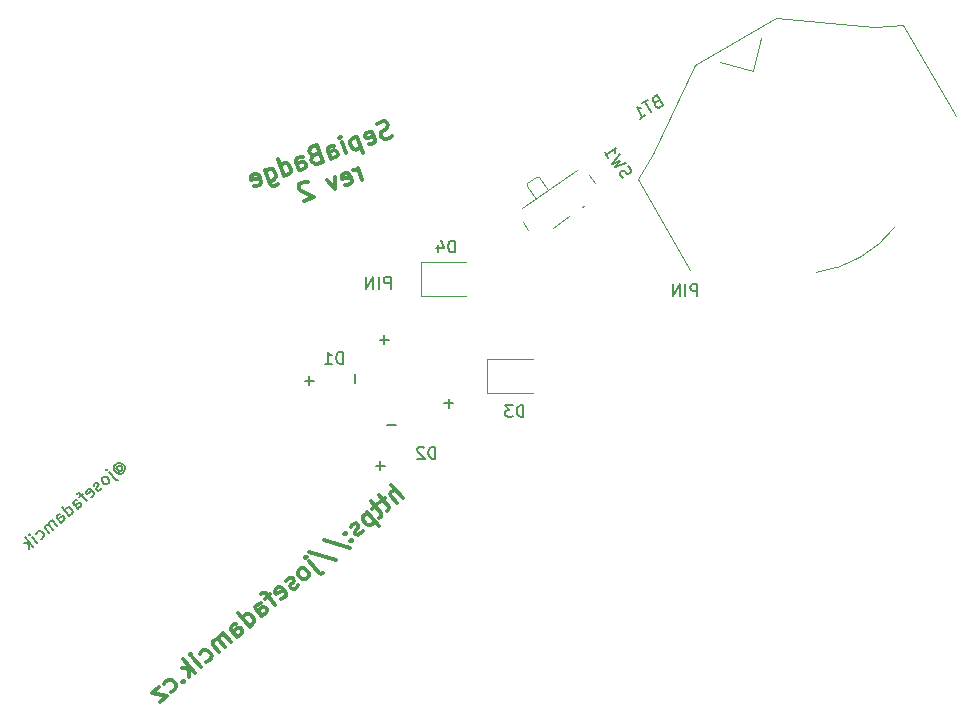
<source format=gbr>
G04 #@! TF.GenerationSoftware,KiCad,Pcbnew,5.1.4-e60b266~84~ubuntu19.04.1*
G04 #@! TF.CreationDate,2019-09-15T17:58:53+02:00*
G04 #@! TF.ProjectId,sepiapcb2,73657069-6170-4636-9232-2e6b69636164,rev?*
G04 #@! TF.SameCoordinates,Original*
G04 #@! TF.FileFunction,Legend,Bot*
G04 #@! TF.FilePolarity,Positive*
%FSLAX46Y46*%
G04 Gerber Fmt 4.6, Leading zero omitted, Abs format (unit mm)*
G04 Created by KiCad (PCBNEW 5.1.4-e60b266~84~ubuntu19.04.1) date 2019-09-15 17:58:53*
%MOMM*%
%LPD*%
G04 APERTURE LIST*
%ADD10C,0.300000*%
%ADD11C,0.150000*%
%ADD12C,0.120000*%
G04 APERTURE END LIST*
D10*
X70451097Y-43097008D02*
X70274164Y-43237419D01*
X69938560Y-43359569D01*
X69779888Y-43341308D01*
X69688337Y-43298617D01*
X69572356Y-43188806D01*
X69523496Y-43054564D01*
X69541757Y-42895892D01*
X69584448Y-42804341D01*
X69694260Y-42688360D01*
X69938313Y-42523519D01*
X70048125Y-42407538D01*
X70090816Y-42315987D01*
X70109077Y-42157316D01*
X70060217Y-42023074D01*
X69944236Y-41913262D01*
X69852685Y-41870571D01*
X69694013Y-41852310D01*
X69358409Y-41974460D01*
X69181476Y-42114871D01*
X68504591Y-43805479D02*
X68663263Y-43823739D01*
X68931746Y-43726019D01*
X69041558Y-43610038D01*
X69059819Y-43451367D01*
X68864379Y-42914399D01*
X68748398Y-42804588D01*
X68589726Y-42786327D01*
X68321243Y-42884047D01*
X68211431Y-43000028D01*
X68193170Y-43158700D01*
X68242030Y-43292941D01*
X68962099Y-43182883D01*
X67515792Y-43177207D02*
X68028822Y-44586746D01*
X67540222Y-43244328D02*
X67381550Y-43226067D01*
X67113066Y-43323787D01*
X67003255Y-43439768D01*
X66960564Y-43531319D01*
X66942303Y-43689991D01*
X67088883Y-44092716D01*
X67204864Y-44202528D01*
X67296415Y-44245219D01*
X67455086Y-44263480D01*
X67723570Y-44165760D01*
X67833382Y-44049779D01*
X66582515Y-44581070D02*
X66240495Y-43641377D01*
X66069485Y-43171531D02*
X66161035Y-43214222D01*
X66118345Y-43305773D01*
X66026794Y-43263082D01*
X66069485Y-43171531D01*
X66118345Y-43305773D01*
X65307218Y-45045240D02*
X65038487Y-44306910D01*
X65056748Y-44148238D01*
X65166560Y-44032257D01*
X65435044Y-43934537D01*
X65593716Y-43952798D01*
X65282788Y-44978119D02*
X65441459Y-44996380D01*
X65777064Y-44874230D01*
X65886876Y-44758249D01*
X65905137Y-44599577D01*
X65856277Y-44465335D01*
X65740296Y-44355524D01*
X65581624Y-44337263D01*
X65246019Y-44459413D01*
X65087348Y-44441152D01*
X63897432Y-44722220D02*
X63720499Y-44862631D01*
X63677809Y-44954182D01*
X63659548Y-45112854D01*
X63732838Y-45314217D01*
X63848819Y-45424028D01*
X63940370Y-45466719D01*
X64099041Y-45484980D01*
X64636009Y-45289540D01*
X64122978Y-43880001D01*
X63653132Y-44051011D01*
X63543320Y-44166992D01*
X63500629Y-44258543D01*
X63482369Y-44417215D01*
X63531229Y-44551457D01*
X63647209Y-44661268D01*
X63738760Y-44703959D01*
X63897432Y-44722220D01*
X64367278Y-44551210D01*
X62622382Y-46022440D02*
X62353651Y-45284110D01*
X62371912Y-45125439D01*
X62481724Y-45009458D01*
X62750208Y-44911738D01*
X62908880Y-44929999D01*
X62597952Y-45955319D02*
X62756623Y-45973580D01*
X63092228Y-45851430D01*
X63202040Y-45735449D01*
X63220301Y-45576778D01*
X63171441Y-45442536D01*
X63055460Y-45332724D01*
X62896788Y-45314463D01*
X62561183Y-45436613D01*
X62402511Y-45418352D01*
X61347084Y-46486611D02*
X60834054Y-45077072D01*
X61322654Y-46419490D02*
X61481326Y-46437751D01*
X61749810Y-46340031D01*
X61859622Y-46224050D01*
X61902313Y-46132499D01*
X61920573Y-45973827D01*
X61773993Y-45571101D01*
X61658012Y-45461290D01*
X61566462Y-45418599D01*
X61407790Y-45400338D01*
X61139306Y-45498058D01*
X61029494Y-45614039D01*
X59729767Y-46011088D02*
X60145077Y-47152143D01*
X60261058Y-47261955D01*
X60352609Y-47304646D01*
X60511281Y-47322907D01*
X60712644Y-47249617D01*
X60822455Y-47133636D01*
X60047357Y-46883660D02*
X60206029Y-46901921D01*
X60474513Y-46804201D01*
X60584324Y-46688220D01*
X60627015Y-46596669D01*
X60645276Y-46437997D01*
X60498696Y-46035272D01*
X60382715Y-45925460D01*
X60291164Y-45882769D01*
X60132493Y-45864508D01*
X59864009Y-45962228D01*
X59754197Y-46078209D01*
X58839181Y-47323400D02*
X58997853Y-47341661D01*
X59266336Y-47243941D01*
X59376148Y-47127960D01*
X59394409Y-46969288D01*
X59198969Y-46432321D01*
X59082988Y-46322509D01*
X58924316Y-46304248D01*
X58655833Y-46401968D01*
X58546021Y-46517949D01*
X58527760Y-46676621D01*
X58576620Y-46810863D01*
X59296689Y-46700805D01*
X67958073Y-46794061D02*
X67616052Y-45854368D01*
X67713772Y-46122852D02*
X67597791Y-46013040D01*
X67506241Y-45970349D01*
X67347569Y-45952088D01*
X67213327Y-46000948D01*
X66524104Y-47239970D02*
X66682775Y-47258231D01*
X66951259Y-47160511D01*
X67061071Y-47044530D01*
X67079332Y-46885858D01*
X66883892Y-46348891D01*
X66767911Y-46239079D01*
X66609239Y-46220818D01*
X66340755Y-46318538D01*
X66230943Y-46434519D01*
X66212683Y-46593191D01*
X66261543Y-46727433D01*
X66981612Y-46617375D01*
X65669546Y-46562838D02*
X65675962Y-47624681D01*
X64998337Y-46807138D01*
X63332406Y-47033424D02*
X63240856Y-46990733D01*
X63082184Y-46972472D01*
X62746579Y-47094622D01*
X62636767Y-47210603D01*
X62594076Y-47302154D01*
X62575816Y-47460826D01*
X62624676Y-47595068D01*
X62765087Y-47772001D01*
X63863698Y-48284291D01*
X62991126Y-48601881D01*
D11*
X47164208Y-71287180D02*
X47170078Y-71220093D01*
X47212425Y-71122397D01*
X47285382Y-71061179D01*
X47388947Y-71036440D01*
X47456035Y-71042309D01*
X47553731Y-71084657D01*
X47614949Y-71157613D01*
X47639688Y-71261179D01*
X47633819Y-71328266D01*
X47591471Y-71425962D01*
X47518515Y-71487180D01*
X47414949Y-71511920D01*
X47347862Y-71506050D01*
X47102990Y-71214224D02*
X47347862Y-71506050D01*
X47341992Y-71573137D01*
X47305514Y-71603746D01*
X47201949Y-71628486D01*
X47104252Y-71586138D01*
X46951208Y-71403747D01*
X46932338Y-71233094D01*
X46980555Y-71068311D01*
X47095859Y-70909396D01*
X47272381Y-70823439D01*
X47443034Y-70804569D01*
X47607817Y-70852786D01*
X47766731Y-70968090D01*
X47852689Y-71144612D01*
X47871559Y-71315265D01*
X47823342Y-71480049D01*
X47708038Y-71638963D01*
X47531515Y-71724920D01*
X47360863Y-71743790D01*
X46531076Y-71569792D02*
X47082037Y-72226402D01*
X47179733Y-72268749D01*
X47283299Y-72244010D01*
X47319777Y-72213401D01*
X46316814Y-71314444D02*
X46383901Y-71320313D01*
X46378032Y-71387401D01*
X46310944Y-71381531D01*
X46316814Y-71314444D01*
X46378032Y-71387401D01*
X46485383Y-72478405D02*
X46527731Y-72380708D01*
X46533600Y-72313621D01*
X46508861Y-72210056D01*
X46325207Y-71991186D01*
X46227511Y-71948838D01*
X46160424Y-71942969D01*
X46056858Y-71967708D01*
X45947423Y-72059535D01*
X45905076Y-72157231D01*
X45899206Y-72224319D01*
X45923946Y-72327884D01*
X46107599Y-72546754D01*
X46205296Y-72589102D01*
X46272383Y-72594971D01*
X46375948Y-72570231D01*
X46485383Y-72478405D01*
X45907600Y-72901060D02*
X45865252Y-72998757D01*
X45719339Y-73121192D01*
X45615773Y-73145932D01*
X45518077Y-73103584D01*
X45487468Y-73067106D01*
X45462729Y-72963540D01*
X45505076Y-72865844D01*
X45614511Y-72774017D01*
X45656859Y-72676321D01*
X45632119Y-72572756D01*
X45601510Y-72536277D01*
X45503814Y-72493930D01*
X45400249Y-72518669D01*
X45290814Y-72610496D01*
X45248466Y-72708192D01*
X44959164Y-73696893D02*
X45062729Y-73672153D01*
X45208643Y-73549717D01*
X45250990Y-73452021D01*
X45226251Y-73348456D01*
X44981379Y-73056629D01*
X44883683Y-73014281D01*
X44780117Y-73039021D01*
X44634204Y-73161457D01*
X44591857Y-73259153D01*
X44616596Y-73362718D01*
X44677814Y-73435675D01*
X45103815Y-73202542D01*
X44305900Y-73436937D02*
X44014073Y-73681809D01*
X44624990Y-74039460D02*
X44074029Y-73382851D01*
X43976333Y-73340503D01*
X43872767Y-73365243D01*
X43799811Y-73426460D01*
X43858945Y-74682248D02*
X43522247Y-74280987D01*
X43497507Y-74177421D01*
X43539855Y-74079725D01*
X43685768Y-73957289D01*
X43789334Y-73932549D01*
X43828336Y-74645770D02*
X43931902Y-74621030D01*
X44114293Y-74467985D01*
X44156641Y-74370289D01*
X44131901Y-74266724D01*
X44070684Y-74193767D01*
X43972987Y-74151419D01*
X43869422Y-74176159D01*
X43687030Y-74329204D01*
X43583465Y-74353943D01*
X43165857Y-75263818D02*
X42523070Y-74497773D01*
X43135248Y-75227339D02*
X43238814Y-75202600D01*
X43384727Y-75080164D01*
X43427075Y-74982468D01*
X43432944Y-74915381D01*
X43408205Y-74811815D01*
X43224551Y-74592945D01*
X43126855Y-74550598D01*
X43059768Y-74544728D01*
X42956202Y-74569468D01*
X42810289Y-74691903D01*
X42767941Y-74789600D01*
X42472770Y-75845387D02*
X42136071Y-75444126D01*
X42111332Y-75340560D01*
X42153679Y-75242864D01*
X42299593Y-75120429D01*
X42403158Y-75095689D01*
X42442161Y-75808909D02*
X42545726Y-75784169D01*
X42728118Y-75631125D01*
X42770465Y-75533429D01*
X42745726Y-75429863D01*
X42684508Y-75356906D01*
X42586812Y-75314559D01*
X42483246Y-75339298D01*
X42300855Y-75492343D01*
X42197289Y-75517083D01*
X42107986Y-76151477D02*
X41679461Y-75640780D01*
X41740679Y-75713737D02*
X41673592Y-75707868D01*
X41570026Y-75732607D01*
X41460592Y-75824434D01*
X41418244Y-75922130D01*
X41442983Y-76025696D01*
X41779682Y-76426957D01*
X41442983Y-76025696D02*
X41345287Y-75983348D01*
X41241722Y-76008088D01*
X41132287Y-76099914D01*
X41089939Y-76197611D01*
X41114679Y-76301176D01*
X41451377Y-76702438D01*
X40727680Y-77247529D02*
X40831246Y-77222789D01*
X40977159Y-77100354D01*
X41019507Y-77002657D01*
X41025376Y-76935570D01*
X41000636Y-76832005D01*
X40816983Y-76613135D01*
X40719287Y-76570787D01*
X40652199Y-76564918D01*
X40548634Y-76589657D01*
X40402721Y-76712093D01*
X40360373Y-76809789D01*
X40429984Y-77559488D02*
X40001459Y-77048791D01*
X39787197Y-76793443D02*
X39854284Y-76799313D01*
X39848415Y-76866400D01*
X39781327Y-76860530D01*
X39787197Y-76793443D01*
X39848415Y-76866400D01*
X40065201Y-77865577D02*
X39422414Y-77099533D01*
X39747373Y-77634968D02*
X39773375Y-78110448D01*
X39344850Y-77599752D02*
X39881548Y-77646707D01*
X74144095Y-70416680D02*
X74144095Y-69416680D01*
X73906000Y-69416680D01*
X73763142Y-69464300D01*
X73667904Y-69559538D01*
X73620285Y-69654776D01*
X73572666Y-69845252D01*
X73572666Y-69988109D01*
X73620285Y-70178585D01*
X73667904Y-70273823D01*
X73763142Y-70369061D01*
X73906000Y-70416680D01*
X74144095Y-70416680D01*
X73191714Y-69511919D02*
X73144095Y-69464300D01*
X73048857Y-69416680D01*
X72810761Y-69416680D01*
X72715523Y-69464300D01*
X72667904Y-69511919D01*
X72620285Y-69607157D01*
X72620285Y-69702395D01*
X72667904Y-69845252D01*
X73239333Y-70416680D01*
X72620285Y-70416680D01*
X66320895Y-62390280D02*
X66320895Y-61390280D01*
X66082800Y-61390280D01*
X65939942Y-61437900D01*
X65844704Y-61533138D01*
X65797085Y-61628376D01*
X65749466Y-61818852D01*
X65749466Y-61961709D01*
X65797085Y-62152185D01*
X65844704Y-62247423D01*
X65939942Y-62342661D01*
X66082800Y-62390280D01*
X66320895Y-62390280D01*
X64797085Y-62390280D02*
X65368514Y-62390280D01*
X65082800Y-62390280D02*
X65082800Y-61390280D01*
X65178038Y-61533138D01*
X65273276Y-61628376D01*
X65368514Y-61675995D01*
X75679252Y-65743128D02*
X74917347Y-65743128D01*
X75298300Y-66124080D02*
X75298300Y-65362176D01*
X70192852Y-60371028D02*
X69430947Y-60371028D01*
X69811900Y-60751980D02*
X69811900Y-59990076D01*
D10*
X71387042Y-73772809D02*
X70422860Y-72623743D01*
X70894585Y-74186030D02*
X70389537Y-73584138D01*
X70352428Y-73428790D01*
X70415949Y-73282245D01*
X70580102Y-73144505D01*
X70735450Y-73107396D01*
X70836081Y-73116200D01*
X69868775Y-73741379D02*
X69431035Y-74108687D01*
X69383229Y-73496097D02*
X70209670Y-74481012D01*
X70246779Y-74636360D01*
X70183258Y-74782904D01*
X70073823Y-74874731D01*
X69212165Y-74292340D02*
X68774426Y-74659647D01*
X68726619Y-74047058D02*
X69553060Y-75031972D01*
X69590170Y-75187321D01*
X69526648Y-75333865D01*
X69417213Y-75425692D01*
X68391403Y-74981041D02*
X69355585Y-76130108D01*
X68437317Y-75035759D02*
X68281969Y-75072868D01*
X68063099Y-75256522D01*
X67999577Y-75403066D01*
X67990773Y-75503697D01*
X68027882Y-75659045D01*
X68303363Y-75987350D01*
X68449907Y-76050871D01*
X68550538Y-76059675D01*
X68705886Y-76022566D01*
X68924756Y-75838912D01*
X68988278Y-75692368D01*
X68003363Y-76518809D02*
X67939842Y-76665354D01*
X67720972Y-76849007D01*
X67565624Y-76886117D01*
X67419079Y-76822595D01*
X67373166Y-76767878D01*
X67336057Y-76612529D01*
X67399578Y-76465985D01*
X67563731Y-76328245D01*
X67627252Y-76181701D01*
X67590143Y-76026352D01*
X67544229Y-75971635D01*
X67397685Y-75908113D01*
X67242337Y-75945223D01*
X67078184Y-76082963D01*
X67014663Y-76229507D01*
X66972536Y-77290533D02*
X66963732Y-77391164D01*
X67064363Y-77399968D01*
X67073167Y-77299337D01*
X66972536Y-77290533D01*
X67064363Y-77399968D01*
X66467488Y-76688641D02*
X66458684Y-76789272D01*
X66559315Y-76798076D01*
X66568119Y-76697445D01*
X66467488Y-76688641D01*
X66559315Y-76798076D01*
X64686331Y-77344019D02*
X66910907Y-77994949D01*
X63482547Y-78354114D02*
X65707123Y-79005044D01*
X63466832Y-79113247D02*
X64293273Y-80098162D01*
X64439818Y-80161683D01*
X64595166Y-80124574D01*
X64649883Y-80078660D01*
X63145438Y-78730225D02*
X63246069Y-78739029D01*
X63237265Y-78839660D01*
X63136634Y-78830856D01*
X63145438Y-78730225D01*
X63237265Y-78839660D01*
X63398293Y-80476166D02*
X63461814Y-80329622D01*
X63470618Y-80228991D01*
X63433509Y-80073643D01*
X63158029Y-79745338D01*
X63011484Y-79681816D01*
X62910853Y-79673012D01*
X62755505Y-79710122D01*
X62591353Y-79847862D01*
X62527831Y-79994406D01*
X62519027Y-80095037D01*
X62556136Y-80250385D01*
X62831617Y-80578690D01*
X62978161Y-80642211D01*
X63078792Y-80651015D01*
X63234140Y-80613906D01*
X63398293Y-80476166D01*
X62531617Y-81110149D02*
X62468096Y-81256694D01*
X62249226Y-81440347D01*
X62093878Y-81477457D01*
X61947333Y-81413935D01*
X61901420Y-81359218D01*
X61864311Y-81203869D01*
X61927832Y-81057325D01*
X62091985Y-80919585D01*
X62155506Y-80773041D01*
X62118397Y-80617692D01*
X62072483Y-80562975D01*
X61925939Y-80499453D01*
X61770591Y-80536563D01*
X61606438Y-80674303D01*
X61542917Y-80820847D01*
X61108963Y-82303898D02*
X61264312Y-82266789D01*
X61483182Y-82083135D01*
X61546703Y-81936591D01*
X61509594Y-81781242D01*
X61142287Y-81343503D01*
X60995742Y-81279981D01*
X60840394Y-81317091D01*
X60621524Y-81500744D01*
X60558003Y-81647288D01*
X60595112Y-81802637D01*
X60686939Y-81912072D01*
X61325940Y-81562373D01*
X60129067Y-81913965D02*
X59691327Y-82281272D01*
X60607702Y-82817749D02*
X59781261Y-81832835D01*
X59634717Y-81769314D01*
X59479368Y-81806423D01*
X59369933Y-81898250D01*
X59458636Y-83781931D02*
X58953588Y-83180039D01*
X58916479Y-83024690D01*
X58980000Y-82878146D01*
X59198870Y-82694493D01*
X59354218Y-82657383D01*
X59412722Y-83727213D02*
X59568070Y-83690104D01*
X59841658Y-83460537D01*
X59905179Y-83313993D01*
X59868070Y-83158644D01*
X59776243Y-83049209D01*
X59629699Y-82985688D01*
X59474351Y-83022797D01*
X59200763Y-83252364D01*
X59045415Y-83289474D01*
X58419004Y-84654285D02*
X57454822Y-83505219D01*
X58373090Y-84599568D02*
X58528439Y-84562459D01*
X58747309Y-84378805D01*
X58810830Y-84232261D01*
X58819634Y-84131630D01*
X58782525Y-83976282D01*
X58507044Y-83647977D01*
X58360500Y-83584455D01*
X58259869Y-83575651D01*
X58104521Y-83612761D01*
X57885651Y-83796414D01*
X57822130Y-83942958D01*
X57379372Y-85526640D02*
X56874325Y-84924748D01*
X56837215Y-84769400D01*
X56900737Y-84622855D01*
X57119607Y-84439202D01*
X57274955Y-84402092D01*
X57333459Y-85471923D02*
X57488807Y-85434813D01*
X57762394Y-85205246D01*
X57825916Y-85058702D01*
X57788806Y-84903354D01*
X57696980Y-84793919D01*
X57550435Y-84730397D01*
X57395087Y-84767507D01*
X57121500Y-84997074D01*
X56966151Y-85034183D01*
X56832197Y-85985774D02*
X56189410Y-85219730D01*
X56281237Y-85329165D02*
X56180606Y-85320360D01*
X56025257Y-85357470D01*
X55861105Y-85495210D01*
X55797584Y-85641754D01*
X55834693Y-85797103D01*
X56339740Y-86398995D01*
X55834693Y-85797103D02*
X55688149Y-85733581D01*
X55532800Y-85770690D01*
X55368648Y-85908431D01*
X55305126Y-86054975D01*
X55342236Y-86210323D01*
X55847283Y-86812215D01*
X54761738Y-87629852D02*
X54917086Y-87592743D01*
X55135956Y-87409089D01*
X55199478Y-87262545D01*
X55208282Y-87161914D01*
X55171172Y-87006566D01*
X54895692Y-86678261D01*
X54749148Y-86614740D01*
X54648517Y-86605936D01*
X54493169Y-86643045D01*
X54274299Y-86826699D01*
X54210777Y-86973243D01*
X54315194Y-88097790D02*
X53672407Y-87331746D01*
X53351013Y-86948724D02*
X53451644Y-86957528D01*
X53442840Y-87058159D01*
X53342209Y-87049355D01*
X53351013Y-86948724D01*
X53442840Y-87058159D01*
X53768020Y-88556924D02*
X52803838Y-87407858D01*
X53291278Y-88211012D02*
X53330280Y-88924232D01*
X52687492Y-88158187D02*
X53492539Y-88228620D01*
X52745996Y-89228017D02*
X52737192Y-89328648D01*
X52837823Y-89337452D01*
X52846627Y-89236821D01*
X52745996Y-89228017D01*
X52837823Y-89337452D01*
X51752278Y-90155089D02*
X51907626Y-90117980D01*
X52126496Y-89934326D01*
X52190017Y-89787782D01*
X52198821Y-89687151D01*
X52161712Y-89531803D01*
X51886232Y-89203498D01*
X51739687Y-89139977D01*
X51639057Y-89131173D01*
X51483708Y-89168282D01*
X51264838Y-89351936D01*
X51201317Y-89498480D01*
X50772381Y-89765156D02*
X50170489Y-90270204D01*
X51415169Y-90531201D01*
X50813277Y-91036248D01*
D12*
X91291670Y-46756476D02*
X92621926Y-44660546D01*
X113758330Y-33669873D02*
X111353074Y-33903848D01*
X118208330Y-41377499D02*
X113758330Y-33669873D01*
X95741670Y-54464102D02*
X91291670Y-46756476D01*
X101009019Y-37647419D02*
X101749371Y-34829746D01*
X98241968Y-36854746D02*
X101009019Y-37647419D01*
X106419665Y-54651702D02*
G75*
G03X113084198Y-50802241I-1419665J10151702D01*
G01*
X102995800Y-33128624D02*
X111284773Y-33885546D01*
X96154200Y-37078624D02*
X102995800Y-33128624D01*
X92621926Y-44660546D02*
X96154200Y-37078624D01*
X72899000Y-53759600D02*
X76784000Y-53759600D01*
X72899000Y-56679600D02*
X72899000Y-53759600D01*
X76784000Y-56679600D02*
X72899000Y-56679600D01*
X78512400Y-61989200D02*
X82397400Y-61989200D01*
X78512400Y-64909200D02*
X78512400Y-61989200D01*
X82397400Y-64909200D02*
X78512400Y-64909200D01*
X87198300Y-46453372D02*
X87651425Y-47100502D01*
X81999276Y-51058179D02*
X81546150Y-50411049D01*
X84116962Y-50857173D02*
X85509521Y-49882093D01*
X81458329Y-49239560D02*
X86127496Y-45970174D01*
X82971084Y-46605518D02*
X83710998Y-47662225D01*
X81949566Y-47064431D02*
X82686802Y-46548212D01*
X82646100Y-48407874D02*
X81906186Y-47351168D01*
X82971084Y-46605518D02*
X82686802Y-46548212D01*
X81906186Y-47351168D02*
X81949566Y-47064431D01*
X86574418Y-49136443D02*
X86738249Y-49021728D01*
D11*
X70087247Y-67540228D02*
X70849152Y-67540228D01*
X69087247Y-71040228D02*
X69849152Y-71040228D01*
X69468200Y-71421180D02*
X69468200Y-70659276D01*
X63087247Y-63840228D02*
X63849152Y-63840228D01*
X63468200Y-64221180D02*
X63468200Y-63459276D01*
X67339628Y-64049752D02*
X67339628Y-63287847D01*
X70363809Y-56042380D02*
X70363809Y-55042380D01*
X69982857Y-55042380D01*
X69887619Y-55090000D01*
X69840000Y-55137619D01*
X69792380Y-55232857D01*
X69792380Y-55375714D01*
X69840000Y-55470952D01*
X69887619Y-55518571D01*
X69982857Y-55566190D01*
X70363809Y-55566190D01*
X69363809Y-56042380D02*
X69363809Y-55042380D01*
X68887619Y-56042380D02*
X68887619Y-55042380D01*
X68316190Y-56042380D01*
X68316190Y-55042380D01*
X96313809Y-56672380D02*
X96313809Y-55672380D01*
X95932857Y-55672380D01*
X95837619Y-55720000D01*
X95790000Y-55767619D01*
X95742380Y-55862857D01*
X95742380Y-56005714D01*
X95790000Y-56100952D01*
X95837619Y-56148571D01*
X95932857Y-56196190D01*
X96313809Y-56196190D01*
X95313809Y-56672380D02*
X95313809Y-55672380D01*
X94837619Y-56672380D02*
X94837619Y-55672380D01*
X94266190Y-56672380D01*
X94266190Y-55672380D01*
X92870602Y-40219837D02*
X92770693Y-40332505D01*
X92753264Y-40397554D01*
X92759643Y-40503842D01*
X92831072Y-40627560D01*
X92919930Y-40686229D01*
X92984979Y-40703659D01*
X93091267Y-40697279D01*
X93421182Y-40506803D01*
X92921182Y-39640778D01*
X92632507Y-39807444D01*
X92573837Y-39896303D01*
X92556408Y-39961352D01*
X92562787Y-40067640D01*
X92610406Y-40150118D01*
X92699265Y-40208787D01*
X92764314Y-40226217D01*
X92870602Y-40219837D01*
X93159277Y-40053171D01*
X92178874Y-40069349D02*
X91684002Y-40355063D01*
X92431438Y-41078232D02*
X91931438Y-40212206D01*
X91441695Y-41649660D02*
X91936567Y-41363946D01*
X91689131Y-41506803D02*
X91189131Y-40640778D01*
X91343038Y-40716877D01*
X91473136Y-40751736D01*
X91579424Y-40745356D01*
X75807795Y-52966880D02*
X75807795Y-51966880D01*
X75569700Y-51966880D01*
X75426842Y-52014500D01*
X75331604Y-52109738D01*
X75283985Y-52204976D01*
X75236366Y-52395452D01*
X75236366Y-52538309D01*
X75283985Y-52728785D01*
X75331604Y-52824023D01*
X75426842Y-52919261D01*
X75569700Y-52966880D01*
X75807795Y-52966880D01*
X74379223Y-52300214D02*
X74379223Y-52966880D01*
X74617319Y-51919261D02*
X74855414Y-52633547D01*
X74236366Y-52633547D01*
X81611695Y-66898780D02*
X81611695Y-65898780D01*
X81373600Y-65898780D01*
X81230742Y-65946400D01*
X81135504Y-66041638D01*
X81087885Y-66136876D01*
X81040266Y-66327352D01*
X81040266Y-66470209D01*
X81087885Y-66660685D01*
X81135504Y-66755923D01*
X81230742Y-66851161D01*
X81373600Y-66898780D01*
X81611695Y-66898780D01*
X80706933Y-65898780D02*
X80087885Y-65898780D01*
X80421219Y-66279733D01*
X80278361Y-66279733D01*
X80183123Y-66327352D01*
X80135504Y-66374971D01*
X80087885Y-66470209D01*
X80087885Y-66708304D01*
X80135504Y-66803542D01*
X80183123Y-66851161D01*
X80278361Y-66898780D01*
X80564076Y-66898780D01*
X80659314Y-66851161D01*
X80706933Y-66803542D01*
X90044407Y-46663364D02*
X89923460Y-46573656D01*
X89786894Y-46378619D01*
X89771275Y-46273292D01*
X89782969Y-46206971D01*
X89833670Y-46113338D01*
X89911685Y-46058711D01*
X90017012Y-46043092D01*
X90083333Y-46054786D01*
X90176966Y-46105488D01*
X90325226Y-46234204D01*
X90418860Y-46284905D01*
X90485180Y-46296599D01*
X90590508Y-46280980D01*
X90668522Y-46226353D01*
X90719224Y-46132720D01*
X90730918Y-46066400D01*
X90715299Y-45961072D01*
X90578733Y-45766036D01*
X90457786Y-45676327D01*
X90305601Y-45375963D02*
X89349883Y-45754504D01*
X89825739Y-45188777D01*
X89131378Y-45442446D01*
X89813964Y-44673833D01*
X88475862Y-44506272D02*
X88803620Y-44974359D01*
X88639741Y-44740315D02*
X89458893Y-44166739D01*
X89396498Y-44326693D01*
X89373110Y-44459334D01*
X89388729Y-44564661D01*
M02*

</source>
